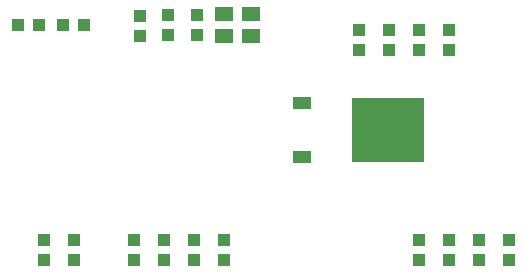
<source format=gbr>
G04 EAGLE Gerber X2 export*
%TF.Part,Single*%
%TF.FileFunction,Paste,Bot*%
%TF.FilePolarity,Positive*%
%TF.GenerationSoftware,Autodesk,EAGLE,8.6.3*%
%TF.CreationDate,2019-03-08T23:17:09Z*%
G75*
%MOMM*%
%FSLAX34Y34*%
%LPD*%
%AMOC8*
5,1,8,0,0,1.08239X$1,22.5*%
G01*
%ADD10R,6.200000X5.400000*%
%ADD11R,1.600000X1.000000*%
%ADD12R,1.000000X1.100000*%
%ADD13R,1.500000X1.300000*%
%ADD14R,1.100000X1.000000*%


D10*
X472040Y175260D03*
D11*
X399040Y152460D03*
X399040Y198060D03*
D12*
X205740Y65160D03*
X205740Y82160D03*
X281940Y65160D03*
X281940Y82160D03*
X256540Y65160D03*
X256540Y82160D03*
X523240Y242960D03*
X523240Y259960D03*
X497840Y242960D03*
X497840Y259960D03*
X472440Y242960D03*
X472440Y259960D03*
X447040Y242960D03*
X447040Y259960D03*
X285750Y272660D03*
X285750Y255660D03*
X309880Y272660D03*
X309880Y255660D03*
D13*
X332740Y273660D03*
X332740Y254660D03*
D12*
X261620Y271390D03*
X261620Y254390D03*
X180340Y65160D03*
X180340Y82160D03*
D13*
X355600Y254660D03*
X355600Y273660D03*
D12*
X332740Y65160D03*
X332740Y82160D03*
X307340Y65160D03*
X307340Y82160D03*
X214240Y264160D03*
X197240Y264160D03*
X159140Y264160D03*
X176140Y264160D03*
D14*
X497840Y82160D03*
X497840Y65160D03*
X523240Y82160D03*
X523240Y65160D03*
X548640Y82160D03*
X548640Y65160D03*
X574040Y82160D03*
X574040Y65160D03*
M02*

</source>
